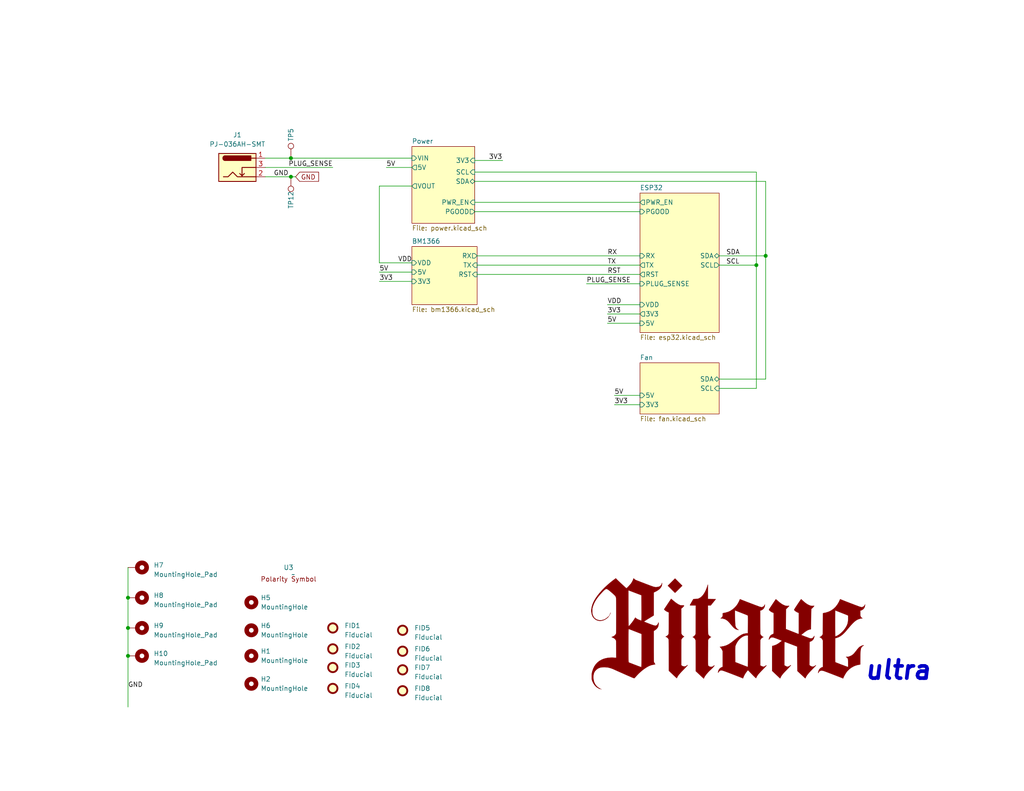
<source format=kicad_sch>
(kicad_sch (version 20231120) (generator "eeschema") (generator_version "8.0")
  (paper "A")
  (title_block (title "Bitaxe Ultra") (date "2023-12-15") (rev "205"))
  (lib_symbols
    (symbol "Connector:Barrel_Jack_Switch" (pin_names hide)
      (property "Reference" "J" (at 0 5.334 0))
      (property "Value" "Barrel_Jack_Switch" (at 0 -5.08 0))
      (symbol "Barrel_Jack_Switch_1_1"
        (pin passive line (at 7.62 2.54 180) (length 2.54) (name "~") (number "1"))
        (pin passive line (at 7.62 -2.54 180) (length 2.54) (name "~") (number "2"))
        (pin passive line (at 7.62 0 180) (length 2.54) (name "~") (number "3"))
      )
    )
    (symbol "Connector:TestPoint" (pin_numbers hide) (pin_names (offset 0.762) hide)
      (property "Reference" "TP" (at 0 6.858 0))
      (property "Value" "TestPoint" (at 0 5.08 0))
      (symbol "TestPoint_1_1"
        (pin passive line (at 0 0 90) (length 2.54) (name "1") (number "1"))
      )
    )
    (symbol "Mechanical:Fiducial"
      (property "Reference" "FID" (at 0 5.08 0))
      (property "Value" "Fiducial" (at 0 3.175 0))
    )
    (symbol "Mechanical:MountingHole" (pin_names (offset 1.016))
      (property "Reference" "H" (at 0 5.08 0))
      (property "Value" "MountingHole" (at 0 3.175 0))
    )
    (symbol "Mechanical:MountingHole_Pad" (pin_numbers hide) (pin_names (offset 1.016) hide)
      (property "Reference" "H" (at 0 6.35 0))
      (property "Value" "MountingHole_Pad" (at 0 4.445 0))
      (symbol "MountingHole_Pad_1_1"
        (pin input line (at 0 -2.54 90) (length 2.54) (name "1") (number "1"))
      )
    )
    (symbol "bitaxe:LOGO" (pin_names (offset 1.016)))
    (symbol "bitaxe:polarity" (in_bom no)
      (property "Reference" "U" (at 0 0 0))
      (symbol "polarity_1_1"
        (text "Polarity Symbol" (at -1.27 -1.27 0) (effects (font (size 1.27 1.27))))
      )
    )
  )
  (junction (at 208.915 69.85))
  (junction (at 34.925 179.07))
  (junction (at 79.375 43.18))
  (junction (at 34.925 171.45))
  (junction (at 206.375 72.39))
  (junction (at 79.375 48.26))
  (junction (at 34.925 163.195))
  (wire (pts (xy 129.54 46.99) (xy 206.375 46.99)))
  (wire (pts (xy 196.215 72.39) (xy 206.375 72.39)))
  (wire (pts (xy 79.375 48.26) (xy 80.645 48.26)))
  (wire (pts (xy 105.41 45.72) (xy 112.395 45.72)))
  (wire (pts (xy 130.175 72.39) (xy 174.625 72.39)))
  (wire (pts (xy 165.735 88.265) (xy 174.625 88.265)))
  (wire (pts (xy 72.39 43.18) (xy 79.375 43.18)))
  (wire (pts (xy 72.39 48.26) (xy 79.375 48.26)))
  (wire (pts (xy 167.64 110.49) (xy 174.625 110.49)))
  (wire (pts (xy 160.02 77.47) (xy 174.625 77.47)))
  (wire (pts (xy 208.915 49.53) (xy 208.915 69.85)))
  (wire (pts (xy 129.54 49.53) (xy 208.915 49.53)))
  (wire (pts (xy 72.39 45.72) (xy 90.805 45.72)))
  (wire (pts (xy 165.735 83.185) (xy 174.625 83.185)))
  (wire (pts (xy 206.375 72.39) (xy 206.375 106.045)))
  (wire (pts (xy 206.375 46.99) (xy 206.375 72.39)))
  (wire (pts (xy 129.54 55.245) (xy 174.625 55.245)))
  (wire (pts (xy 196.215 69.85) (xy 208.915 69.85)))
  (wire (pts (xy 34.925 163.195) (xy 34.925 171.45)))
  (wire (pts (xy 103.505 76.835) (xy 112.395 76.835)))
  (wire (pts (xy 130.175 69.85) (xy 174.625 69.85)))
  (wire (pts (xy 196.215 103.505) (xy 208.915 103.505)))
  (wire (pts (xy 103.505 71.755) (xy 103.505 50.8)))
  (wire (pts (xy 196.215 106.045) (xy 206.375 106.045)))
  (wire (pts (xy 103.505 74.295) (xy 112.395 74.295)))
  (wire (pts (xy 208.915 103.505) (xy 208.915 69.85)))
  (wire (pts (xy 129.54 57.785) (xy 174.625 57.785)))
  (wire (pts (xy 167.64 107.95) (xy 174.625 107.95)))
  (wire (pts (xy 34.925 179.07) (xy 34.925 193.04)))
  (wire (pts (xy 34.925 154.94) (xy 34.925 163.195)))
  (wire (pts (xy 165.735 85.725) (xy 174.625 85.725)))
  (wire (pts (xy 112.395 71.755) (xy 103.505 71.755)))
  (wire (pts (xy 103.505 50.8) (xy 112.395 50.8)))
  (wire (pts (xy 130.175 74.93) (xy 174.625 74.93)))
  (wire (pts (xy 34.925 171.45) (xy 34.925 179.07)))
  (wire (pts (xy 79.375 43.18) (xy 112.395 43.18)))
  (wire (pts (xy 129.54 43.815) (xy 137.16 43.815)))
  (text "ultra" (at 235.585 186.055 0) (effects (font (size 5 5) (thickness 1) (bold yes) (italic yes)) (justify left bottom)))
  (label "PLUG_SENSE" (at 90.805 45.72 180))
  (label "VDD" (at 165.735 83.185 0))
  (label "3V3" (at 103.505 76.835 0))
  (label "RST" (at 165.735 74.93 0))
  (label "VDD" (at 108.585 71.755 0))
  (label "5V" (at 105.41 45.72 0))
  (label "5V" (at 167.64 107.95 0))
  (label "SDA" (at 198.12 69.85 0))
  (label "GND" (at 34.925 187.96 0))
  (label "RX" (at 165.735 69.85 0))
  (label "3V3" (at 133.35 43.815 0))
  (label "3V3" (at 165.735 85.725 0))
  (label "SCL" (at 198.12 72.39 0))
  (label "5V" (at 165.735 88.265 0))
  (label "3V3" (at 167.64 110.49 0))
  (label "5V" (at 103.505 74.295 0))
  (label "GND" (at 78.74 48.26 180))
  (label "PLUG_SENSE" (at 160.02 77.47 0))
  (label "TX" (at 165.735 72.39 0))
  (global_label "GND" (shape input) (at 80.645 48.26 0) (property "Intersheetrefs" "${INTERSHEET_REFS}" (effects (hide yes))))
  (symbol (lib_id "Mechanical:Fiducial") (at 90.805 177.165 0) (unit 1) (in_bom no)
    (property "Reference" "FID2" (at 93.98 176.53 0) (effects (justify left)))
    (property "Value" "Fiducial" (at 93.98 179.07 0) (effects (justify left)))
    (property "Footprint" "Fiducial:Fiducial_1mm_Mask2mm" (effects (hide yes)))
  )
  (symbol (lib_id "Mechanical:Fiducial") (at 90.805 182.245 0) (unit 1) (in_bom no)
    (property "Reference" "FID3" (at 93.98 181.61 0) (effects (justify left)))
    (property "Value" "Fiducial" (at 93.98 184.15 0) (effects (justify left)))
    (property "Footprint" "Fiducial:Fiducial_1mm_Mask2mm" (effects (hide yes)))
  )
  (symbol (lib_id "Mechanical:Fiducial") (at 90.805 187.96 0) (unit 1) (in_bom no)
    (property "Reference" "FID4" (at 93.98 187.325 0) (effects (justify left)))
    (property "Value" "Fiducial" (at 93.98 189.865 0) (effects (justify left)))
    (property "Footprint" "Fiducial:Fiducial_1mm_Mask2mm" (effects (hide yes)))
  )
  (symbol (lib_id "Mechanical:Fiducial") (at 109.855 177.8 0) (unit 1) (in_bom no)
    (property "Reference" "FID6" (at 113.03 177.165 0) (effects (justify left)))
    (property "Value" "Fiducial" (at 113.03 179.705 0) (effects (justify left)))
    (property "Footprint" "Fiducial:Fiducial_1mm_Mask2mm" (effects (hide yes)))
  )
  (symbol (lib_id "Connector:TestPoint") (at 79.375 43.18 0) (unit 1) (in_bom no)
    (property "Reference" "TP5" (at 79.375 36.83 90))
    (property "Value" "TestPoint" (effects (hide yes)))
    (property "Footprint" "TestPoint:TestPoint_Pad_D3.0mm" (effects (hide yes)))
  )
  (symbol (lib_id "Connector:TestPoint") (at 79.375 48.26 180) (unit 1) (in_bom no)
    (property "Reference" "TP12" (at 79.375 54.61 90))
    (property "Value" "TestPoint" (effects (hide yes)))
    (property "Footprint" "TestPoint:TestPoint_Pad_D3.0mm" (effects (hide yes)))
  )
  (symbol (lib_id "Mechanical:MountingHole") (at 68.58 186.69 0) (unit 1) (in_bom no)
    (property "Reference" "H2" (at 71.12 185.4199 0) (effects (justify left)))
    (property "Value" "MountingHole" (at 71.12 187.9599 0) (effects (justify left)))
    (property "Footprint" "MountingHole:MountingHole_3.5mm" (effects (hide yes)))
  )
  (symbol (lib_id "Connector:Barrel_Jack_Switch") (at 64.77 45.72 0) (unit 1)
    (property "Reference" "J1" (at 64.77 36.83 0))
    (property "Value" "PJ-036AH-SMT" (at 64.77 39.37 0))
    (property "Footprint" "Connector_BarrelJack:BarrelJack_CUI_PJ-036AH-SMT_Horizontal" (effects (hide yes)))
    (property "Datasheet" "https://www.cuidevices.com/product/resource/pj-036ah-smt-tr.pdf" (effects (hide yes)))
    (property "DK" "CP-036AHPJTR-ND" (effects (hide yes)))
    (property "PARTNO" "PJ-036AH-SMT" (effects (hide yes)))
  )
  (symbol (lib_id "Mechanical:MountingHole_Pad") (at 37.465 154.94 270) (unit 1) (in_bom no)
    (property "Reference" "H7" (at 41.91 154.305 90) (effects (justify left)))
    (property "Value" "MountingHole_Pad" (at 41.91 156.845 90) (effects (justify left)))
    (property "Footprint" "MountingHole:MountingHole_3mm_Pad_Via" (effects (hide yes)))
  )
  (symbol (lib_id "Mechanical:MountingHole") (at 68.58 179.07 0) (unit 1) (in_bom no)
    (property "Reference" "H1" (at 71.12 177.7999 0) (effects (justify left)))
    (property "Value" "MountingHole" (at 71.12 180.3399 0) (effects (justify left)))
    (property "Footprint" "MountingHole:MountingHole_3.5mm" (effects (hide yes)))
  )
  (symbol (lib_id "Mechanical:Fiducial") (at 90.805 171.45 0) (unit 1) (in_bom no)
    (property "Reference" "FID1" (at 93.98 170.815 0) (effects (justify left)))
    (property "Value" "Fiducial" (at 93.98 173.355 0) (effects (justify left)))
    (property "Footprint" "Fiducial:Fiducial_1mm_Mask2mm" (effects (hide yes)))
  )
  (symbol (lib_id "Mechanical:Fiducial") (at 109.855 188.595 0) (unit 1) (in_bom no)
    (property "Reference" "FID8" (at 113.03 187.96 0) (effects (justify left)))
    (property "Value" "Fiducial" (at 113.03 190.5 0) (effects (justify left)))
    (property "Footprint" "Fiducial:Fiducial_1mm_Mask2mm" (effects (hide yes)))
  )
  (symbol (lib_id "Mechanical:Fiducial") (at 109.855 172.085 0) (unit 1) (in_bom no)
    (property "Reference" "FID5" (at 113.03 171.45 0) (effects (justify left)))
    (property "Value" "Fiducial" (at 113.03 173.99 0) (effects (justify left)))
    (property "Footprint" "Fiducial:Fiducial_1mm_Mask2mm" (effects (hide yes)))
  )
  (symbol (lib_id "Mechanical:MountingHole") (at 68.58 172.085 0) (unit 1) (in_bom no)
    (property "Reference" "H6" (at 71.12 170.8149 0) (effects (justify left)))
    (property "Value" "MountingHole" (at 71.12 173.3549 0) (effects (justify left)))
    (property "Footprint" "MountingHole:MountingHole_3.5mm" (effects (hide yes)))
  )
  (symbol (lib_id "Mechanical:Fiducial") (at 109.855 182.88 0) (unit 1) (in_bom no)
    (property "Reference" "FID7" (at 113.03 182.245 0) (effects (justify left)))
    (property "Value" "Fiducial" (at 113.03 184.785 0) (effects (justify left)))
    (property "Footprint" "Fiducial:Fiducial_1mm_Mask2mm" (effects (hide yes)))
  )
  (symbol (lib_id "Mechanical:MountingHole") (at 68.58 164.465 0) (unit 1) (in_bom no)
    (property "Reference" "H5" (at 71.12 163.1949 0) (effects (justify left)))
    (property "Value" "MountingHole" (at 71.12 165.7349 0) (effects (justify left)))
    (property "Footprint" "MountingHole:MountingHole_3.5mm" (effects (hide yes)))
  )
  (symbol (lib_id "Mechanical:MountingHole_Pad") (at 37.465 171.45 270) (unit 1) (in_bom no)
    (property "Reference" "H9" (at 41.91 170.815 90) (effects (justify left)))
    (property "Value" "MountingHole_Pad" (at 41.91 173.355 90) (effects (justify left)))
    (property "Footprint" "MountingHole:MountingHole_3mm_Pad_Via" (effects (hide yes)))
  )
  (symbol (lib_id "Mechanical:MountingHole_Pad") (at 37.465 163.195 270) (unit 1) (in_bom no)
    (property "Reference" "H8" (at 41.91 162.56 90) (effects (justify left)))
    (property "Value" "MountingHole_Pad" (at 41.91 165.1 90) (effects (justify left)))
    (property "Footprint" "MountingHole:MountingHole_3mm_Pad_Via" (effects (hide yes)))
  )
  (symbol (lib_id "Mechanical:MountingHole_Pad") (at 37.465 179.07 270) (unit 1) (in_bom no)
    (property "Reference" "H10" (at 41.91 178.435 90) (effects (justify left)))
    (property "Value" "MountingHole_Pad" (at 41.91 180.975 90) (effects (justify left)))
    (property "Footprint" "MountingHole:MountingHole_3mm_Pad_Via" (effects (hide yes)))
  )
  (symbol (lib_id "bitaxe:LOGO") (at 197.485 173.99 0) (unit 1)
    (property "Reference" "#G1" (effects (hide yes)))
    (property "Value" "LOGO" (effects (hide yes)))
  )
  (symbol (lib_id "bitaxe:polarity") (at 80.01 156.845 0) (unit 1) (in_bom no)
    (property "Reference" "U3" (at 78.74 154.94 0))
    (property "Value" "~" (at 80.01 156.845 0))
    (property "Footprint" "bitaxe:polarity" (effects (hide yes)))
  )
  (sheet (at 112.395 67.31) (size 17.78 15.875) (stroke (width 0.1524)) (fill (color 255 255 194 1.0000))
    (property "Sheetname" "BM1366" (at 112.395 66.5984 0) (effects (justify left bottom)))
    (property "Sheetfile" "bm1366.kicad_sch" (at 112.395 83.7696 0) (effects (justify left top)))
    (pin "TX" input (at 130.175 72.39 0))
    (pin "RX" output (at 130.175 69.85 0))
    (pin "RST" input (at 130.175 74.93 0))
    (pin "3V3" input (at 112.395 76.835 180))
    (pin "5V" input (at 112.395 74.295 180))
    (pin "VDD" input (at 112.395 71.755 180))
  )
  (sheet (at 174.625 99.06) (size 21.59 13.97) (stroke (width 0.1524)) (fill (color 255 255 194 1.0000))
    (property "Sheetname" "Fan" (at 174.625 98.3484 0) (effects (justify left bottom)))
    (property "Sheetfile" "fan.kicad_sch" (at 174.625 113.6146 0) (effects (justify left top)))
    (pin "SDA" bidirectional (at 196.215 103.505 0))
    (pin "SCL" input (at 196.215 106.045 0))
    (pin "5V" input (at 174.625 107.95 180))
    (pin "3V3" input (at 174.625 110.49 180))
  )
  (sheet (at 112.395 40.005) (size 17.145 20.955) (stroke (width 0.1524)) (fill (color 255 255 194 1.0000))
    (property "Sheetname" "Power" (at 112.395 39.2934 0) (effects (justify left bottom)))
    (property "Sheetfile" "power.kicad_sch" (at 112.395 61.5446 0) (effects (justify left top)))
    (pin "VOUT" output (at 112.395 50.8 180))
    (pin "VIN" input (at 112.395 43.18 180))
    (pin "SCL" input (at 129.54 46.99 0))
    (pin "SDA" bidirectional (at 129.54 49.53 0))
    (pin "5V" output (at 112.395 45.72 180))
    (pin "3V3" input (at 129.54 43.815 0))
    (pin "PGOOD" output (at 129.54 57.785 0))
    (pin "PWR_EN" input (at 129.54 55.245 0))
  )
  (sheet (at 174.625 52.705) (size 21.59 38.1) (stroke (width 0.1524)) (fill (color 255 255 194 1.0000))
    (property "Sheetname" "ESP32" (at 174.625 51.9934 0) (effects (justify left bottom)))
    (property "Sheetfile" "esp32.kicad_sch" (at 174.625 91.3896 0) (effects (justify left top)))
    (pin "SDA" bidirectional (at 196.215 69.85 0))
    (pin "SCL" output (at 196.215 72.39 0))
    (pin "RX" input (at 174.625 69.85 180))
    (pin "TX" output (at 174.625 72.39 180))
    (pin "RST" output (at 174.625 74.93 180))
    (pin "5V" input (at 174.625 88.265 180))
    (pin "3V3" output (at 174.625 85.725 180))
    (pin "PGOOD" input (at 174.625 57.785 180))
    (pin "VDD" input (at 174.625 83.185 180))
    (pin "PWR_EN" output (at 174.625 55.245 180))
    (pin "PLUG_SENSE" input (at 174.625 77.47 180))
  )
)
</source>
